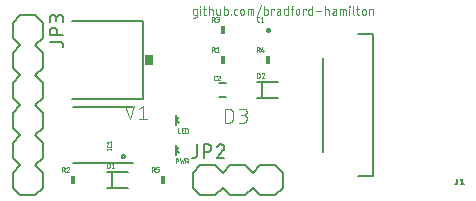
<source format=gbr>
G04 EAGLE Gerber RS-274X export*
G75*
%MOMM*%
%FSLAX34Y34*%
%LPD*%
%INSilkscreen Top*%
%IPPOS*%
%AMOC8*
5,1,8,0,0,1.08239X$1,22.5*%
G01*
%ADD10C,0.050800*%
%ADD11C,0.406400*%
%ADD12C,0.025400*%
%ADD13C,0.152400*%
%ADD14C,0.203200*%
%ADD15C,0.101600*%
%ADD16C,0.127000*%
%ADD17R,0.406400X0.711200*%
%ADD18R,0.762000X0.863600*%


D10*
X232015Y381254D02*
X230039Y381254D01*
X229973Y381256D01*
X229906Y381261D01*
X229841Y381271D01*
X229775Y381284D01*
X229711Y381300D01*
X229648Y381320D01*
X229586Y381344D01*
X229525Y381371D01*
X229466Y381402D01*
X229409Y381436D01*
X229353Y381473D01*
X229300Y381513D01*
X229249Y381555D01*
X229201Y381601D01*
X229155Y381649D01*
X229113Y381700D01*
X229073Y381753D01*
X229036Y381809D01*
X229002Y381866D01*
X228971Y381925D01*
X228944Y381986D01*
X228920Y382048D01*
X228900Y382111D01*
X228884Y382175D01*
X228871Y382241D01*
X228861Y382306D01*
X228856Y382373D01*
X228854Y382439D01*
X228854Y384810D01*
X228856Y384876D01*
X228861Y384943D01*
X228871Y385008D01*
X228884Y385074D01*
X228900Y385138D01*
X228920Y385201D01*
X228944Y385263D01*
X228971Y385324D01*
X229002Y385383D01*
X229036Y385440D01*
X229073Y385496D01*
X229113Y385549D01*
X229155Y385600D01*
X229201Y385648D01*
X229249Y385694D01*
X229300Y385736D01*
X229353Y385776D01*
X229409Y385813D01*
X229466Y385847D01*
X229525Y385878D01*
X229586Y385905D01*
X229648Y385929D01*
X229711Y385949D01*
X229775Y385965D01*
X229841Y385978D01*
X229906Y385988D01*
X229973Y385993D01*
X230039Y385995D01*
X232015Y385995D01*
X232015Y380069D01*
X232013Y380003D01*
X232008Y379936D01*
X231998Y379871D01*
X231985Y379805D01*
X231969Y379741D01*
X231949Y379678D01*
X231925Y379616D01*
X231898Y379555D01*
X231867Y379496D01*
X231833Y379439D01*
X231796Y379383D01*
X231756Y379330D01*
X231714Y379279D01*
X231668Y379231D01*
X231620Y379185D01*
X231569Y379143D01*
X231516Y379103D01*
X231460Y379066D01*
X231403Y379032D01*
X231344Y379001D01*
X231284Y378974D01*
X231221Y378951D01*
X231158Y378930D01*
X231094Y378914D01*
X231029Y378901D01*
X230963Y378891D01*
X230896Y378886D01*
X230830Y378884D01*
X230830Y378883D02*
X229249Y378883D01*
X235039Y381254D02*
X235039Y385995D01*
X234841Y387971D02*
X234841Y388366D01*
X235236Y388366D01*
X235236Y387971D01*
X234841Y387971D01*
X237232Y385995D02*
X239602Y385995D01*
X238022Y388366D02*
X238022Y382439D01*
X238024Y382373D01*
X238029Y382306D01*
X238039Y382241D01*
X238052Y382175D01*
X238068Y382111D01*
X238088Y382048D01*
X238112Y381986D01*
X238139Y381925D01*
X238170Y381866D01*
X238204Y381809D01*
X238241Y381753D01*
X238281Y381700D01*
X238323Y381649D01*
X238369Y381601D01*
X238417Y381555D01*
X238468Y381513D01*
X238521Y381473D01*
X238577Y381436D01*
X238634Y381402D01*
X238693Y381371D01*
X238754Y381344D01*
X238816Y381320D01*
X238879Y381300D01*
X238943Y381284D01*
X239009Y381271D01*
X239074Y381261D01*
X239141Y381256D01*
X239207Y381254D01*
X239602Y381254D01*
X242374Y381254D02*
X242374Y388366D01*
X242374Y385995D02*
X244349Y385995D01*
X244415Y385993D01*
X244482Y385988D01*
X244547Y385978D01*
X244613Y385965D01*
X244677Y385949D01*
X244740Y385929D01*
X244802Y385905D01*
X244863Y385878D01*
X244922Y385847D01*
X244979Y385813D01*
X245035Y385776D01*
X245088Y385736D01*
X245139Y385694D01*
X245187Y385648D01*
X245233Y385600D01*
X245275Y385549D01*
X245315Y385496D01*
X245352Y385440D01*
X245386Y385383D01*
X245417Y385324D01*
X245444Y385264D01*
X245467Y385201D01*
X245488Y385138D01*
X245504Y385074D01*
X245517Y385009D01*
X245527Y384943D01*
X245532Y384876D01*
X245534Y384810D01*
X245535Y384810D02*
X245535Y381254D01*
X248774Y382439D02*
X248774Y385995D01*
X248775Y382439D02*
X248777Y382373D01*
X248782Y382306D01*
X248792Y382241D01*
X248805Y382175D01*
X248821Y382111D01*
X248841Y382048D01*
X248865Y381986D01*
X248892Y381925D01*
X248923Y381866D01*
X248957Y381809D01*
X248994Y381753D01*
X249034Y381700D01*
X249076Y381649D01*
X249122Y381601D01*
X249170Y381555D01*
X249221Y381513D01*
X249274Y381473D01*
X249330Y381436D01*
X249387Y381402D01*
X249446Y381371D01*
X249507Y381344D01*
X249569Y381320D01*
X249632Y381300D01*
X249696Y381284D01*
X249762Y381271D01*
X249827Y381261D01*
X249894Y381256D01*
X249960Y381254D01*
X251935Y381254D01*
X251935Y385995D01*
X255208Y388366D02*
X255208Y381254D01*
X257183Y381254D01*
X257249Y381256D01*
X257316Y381261D01*
X257381Y381271D01*
X257447Y381284D01*
X257511Y381300D01*
X257574Y381320D01*
X257636Y381344D01*
X257697Y381371D01*
X257756Y381402D01*
X257813Y381436D01*
X257869Y381473D01*
X257922Y381513D01*
X257973Y381555D01*
X258021Y381601D01*
X258067Y381649D01*
X258109Y381700D01*
X258149Y381753D01*
X258186Y381809D01*
X258220Y381866D01*
X258251Y381925D01*
X258278Y381985D01*
X258301Y382048D01*
X258322Y382111D01*
X258338Y382175D01*
X258351Y382240D01*
X258361Y382306D01*
X258366Y382373D01*
X258368Y382439D01*
X258368Y384810D01*
X258366Y384876D01*
X258361Y384943D01*
X258351Y385008D01*
X258338Y385074D01*
X258322Y385138D01*
X258302Y385201D01*
X258278Y385263D01*
X258251Y385324D01*
X258220Y385383D01*
X258186Y385440D01*
X258149Y385496D01*
X258109Y385549D01*
X258067Y385600D01*
X258021Y385648D01*
X257973Y385694D01*
X257922Y385736D01*
X257869Y385776D01*
X257813Y385813D01*
X257756Y385847D01*
X257697Y385878D01*
X257636Y385905D01*
X257574Y385929D01*
X257511Y385949D01*
X257447Y385965D01*
X257381Y385978D01*
X257316Y385988D01*
X257249Y385993D01*
X257183Y385995D01*
X255208Y385995D01*
X260901Y381649D02*
X260901Y381254D01*
X260901Y381649D02*
X261297Y381649D01*
X261297Y381254D01*
X260901Y381254D01*
X265055Y381254D02*
X266635Y381254D01*
X265055Y381254D02*
X264989Y381256D01*
X264922Y381261D01*
X264857Y381271D01*
X264791Y381284D01*
X264727Y381300D01*
X264664Y381320D01*
X264602Y381344D01*
X264541Y381371D01*
X264482Y381402D01*
X264425Y381436D01*
X264369Y381473D01*
X264316Y381513D01*
X264265Y381555D01*
X264217Y381601D01*
X264171Y381649D01*
X264129Y381700D01*
X264089Y381753D01*
X264052Y381809D01*
X264018Y381866D01*
X263987Y381925D01*
X263960Y381986D01*
X263936Y382048D01*
X263916Y382111D01*
X263900Y382175D01*
X263887Y382241D01*
X263877Y382306D01*
X263872Y382373D01*
X263870Y382439D01*
X263869Y382439D02*
X263869Y384810D01*
X263870Y384810D02*
X263872Y384876D01*
X263877Y384943D01*
X263887Y385008D01*
X263900Y385074D01*
X263916Y385138D01*
X263936Y385201D01*
X263960Y385263D01*
X263987Y385324D01*
X264018Y385383D01*
X264052Y385440D01*
X264089Y385496D01*
X264129Y385549D01*
X264171Y385600D01*
X264217Y385648D01*
X264265Y385694D01*
X264316Y385736D01*
X264369Y385776D01*
X264425Y385813D01*
X264482Y385847D01*
X264541Y385878D01*
X264602Y385905D01*
X264664Y385929D01*
X264727Y385949D01*
X264791Y385965D01*
X264857Y385978D01*
X264922Y385988D01*
X264989Y385993D01*
X265055Y385995D01*
X266635Y385995D01*
X269120Y384415D02*
X269120Y382834D01*
X269120Y384415D02*
X269122Y384494D01*
X269128Y384572D01*
X269138Y384650D01*
X269151Y384728D01*
X269169Y384805D01*
X269190Y384881D01*
X269215Y384955D01*
X269244Y385029D01*
X269276Y385101D01*
X269312Y385171D01*
X269352Y385239D01*
X269395Y385305D01*
X269441Y385369D01*
X269490Y385431D01*
X269542Y385490D01*
X269597Y385546D01*
X269655Y385600D01*
X269715Y385650D01*
X269778Y385698D01*
X269843Y385742D01*
X269910Y385783D01*
X269979Y385821D01*
X270050Y385855D01*
X270123Y385886D01*
X270197Y385913D01*
X270272Y385936D01*
X270348Y385955D01*
X270426Y385971D01*
X270504Y385983D01*
X270582Y385991D01*
X270661Y385995D01*
X270739Y385995D01*
X270818Y385991D01*
X270896Y385983D01*
X270974Y385971D01*
X271052Y385955D01*
X271128Y385936D01*
X271203Y385913D01*
X271277Y385886D01*
X271350Y385855D01*
X271421Y385821D01*
X271490Y385783D01*
X271557Y385742D01*
X271622Y385698D01*
X271685Y385650D01*
X271745Y385600D01*
X271803Y385546D01*
X271858Y385490D01*
X271910Y385431D01*
X271959Y385369D01*
X272005Y385305D01*
X272048Y385239D01*
X272088Y385171D01*
X272124Y385101D01*
X272156Y385029D01*
X272185Y384955D01*
X272210Y384881D01*
X272231Y384805D01*
X272249Y384728D01*
X272262Y384650D01*
X272272Y384572D01*
X272278Y384494D01*
X272280Y384415D01*
X272281Y384415D02*
X272281Y382834D01*
X272280Y382834D02*
X272278Y382755D01*
X272272Y382677D01*
X272262Y382599D01*
X272249Y382521D01*
X272231Y382444D01*
X272210Y382368D01*
X272185Y382294D01*
X272156Y382220D01*
X272124Y382148D01*
X272088Y382078D01*
X272048Y382010D01*
X272005Y381944D01*
X271959Y381880D01*
X271910Y381818D01*
X271858Y381759D01*
X271803Y381703D01*
X271745Y381649D01*
X271685Y381599D01*
X271622Y381551D01*
X271557Y381507D01*
X271490Y381466D01*
X271421Y381428D01*
X271350Y381394D01*
X271277Y381363D01*
X271203Y381336D01*
X271128Y381313D01*
X271052Y381294D01*
X270974Y381278D01*
X270896Y381266D01*
X270818Y381258D01*
X270739Y381254D01*
X270661Y381254D01*
X270582Y381258D01*
X270504Y381266D01*
X270426Y381278D01*
X270348Y381294D01*
X270272Y381313D01*
X270197Y381336D01*
X270123Y381363D01*
X270050Y381394D01*
X269979Y381428D01*
X269910Y381466D01*
X269843Y381507D01*
X269778Y381551D01*
X269715Y381599D01*
X269655Y381649D01*
X269597Y381703D01*
X269542Y381759D01*
X269490Y381818D01*
X269441Y381880D01*
X269395Y381944D01*
X269352Y382010D01*
X269312Y382078D01*
X269276Y382148D01*
X269244Y382220D01*
X269215Y382294D01*
X269190Y382368D01*
X269169Y382444D01*
X269151Y382521D01*
X269138Y382599D01*
X269128Y382677D01*
X269122Y382755D01*
X269120Y382834D01*
X275416Y381254D02*
X275416Y385995D01*
X278972Y385995D01*
X279038Y385993D01*
X279105Y385988D01*
X279170Y385978D01*
X279236Y385965D01*
X279300Y385949D01*
X279363Y385929D01*
X279425Y385905D01*
X279486Y385878D01*
X279545Y385847D01*
X279602Y385813D01*
X279658Y385776D01*
X279711Y385736D01*
X279762Y385694D01*
X279810Y385648D01*
X279856Y385600D01*
X279898Y385549D01*
X279938Y385496D01*
X279975Y385440D01*
X280009Y385383D01*
X280040Y385324D01*
X280067Y385263D01*
X280091Y385201D01*
X280111Y385138D01*
X280127Y385074D01*
X280140Y385008D01*
X280150Y384943D01*
X280155Y384876D01*
X280157Y384810D01*
X280157Y381254D01*
X277787Y381254D02*
X277787Y385995D01*
X283064Y380464D02*
X286225Y389156D01*
X289040Y388366D02*
X289040Y381254D01*
X291016Y381254D01*
X291082Y381256D01*
X291149Y381261D01*
X291214Y381271D01*
X291280Y381284D01*
X291344Y381300D01*
X291407Y381320D01*
X291469Y381344D01*
X291530Y381371D01*
X291589Y381402D01*
X291646Y381436D01*
X291702Y381473D01*
X291755Y381513D01*
X291806Y381555D01*
X291854Y381601D01*
X291900Y381649D01*
X291942Y381700D01*
X291982Y381753D01*
X292019Y381809D01*
X292053Y381866D01*
X292084Y381925D01*
X292111Y381985D01*
X292134Y382048D01*
X292155Y382111D01*
X292171Y382175D01*
X292184Y382240D01*
X292194Y382306D01*
X292199Y382373D01*
X292201Y382439D01*
X292201Y384810D01*
X292199Y384876D01*
X292194Y384943D01*
X292184Y385008D01*
X292171Y385074D01*
X292155Y385138D01*
X292135Y385201D01*
X292111Y385263D01*
X292084Y385324D01*
X292053Y385383D01*
X292019Y385440D01*
X291982Y385496D01*
X291942Y385549D01*
X291900Y385600D01*
X291854Y385648D01*
X291806Y385694D01*
X291755Y385736D01*
X291702Y385776D01*
X291646Y385813D01*
X291589Y385847D01*
X291530Y385878D01*
X291469Y385905D01*
X291407Y385929D01*
X291344Y385949D01*
X291280Y385965D01*
X291214Y385978D01*
X291149Y385988D01*
X291082Y385993D01*
X291016Y385995D01*
X289040Y385995D01*
X295216Y385995D02*
X295216Y381254D01*
X295216Y385995D02*
X297587Y385995D01*
X297587Y385205D01*
X301102Y384020D02*
X302880Y384020D01*
X301102Y384020D02*
X301028Y384018D01*
X300955Y384012D01*
X300882Y384002D01*
X300810Y383989D01*
X300738Y383971D01*
X300668Y383950D01*
X300598Y383925D01*
X300531Y383896D01*
X300464Y383864D01*
X300400Y383829D01*
X300337Y383789D01*
X300277Y383747D01*
X300219Y383702D01*
X300164Y383653D01*
X300111Y383602D01*
X300061Y383548D01*
X300014Y383491D01*
X299970Y383432D01*
X299930Y383371D01*
X299892Y383307D01*
X299858Y383242D01*
X299828Y383175D01*
X299801Y383106D01*
X299778Y383036D01*
X299759Y382965D01*
X299743Y382893D01*
X299731Y382821D01*
X299723Y382747D01*
X299719Y382674D01*
X299719Y382600D01*
X299723Y382527D01*
X299731Y382453D01*
X299743Y382381D01*
X299759Y382309D01*
X299778Y382238D01*
X299801Y382168D01*
X299828Y382099D01*
X299858Y382032D01*
X299892Y381967D01*
X299930Y381903D01*
X299970Y381842D01*
X300014Y381783D01*
X300061Y381726D01*
X300111Y381672D01*
X300164Y381621D01*
X300219Y381572D01*
X300277Y381527D01*
X300337Y381485D01*
X300400Y381445D01*
X300464Y381410D01*
X300531Y381378D01*
X300598Y381349D01*
X300668Y381324D01*
X300738Y381303D01*
X300810Y381285D01*
X300882Y381272D01*
X300955Y381262D01*
X301028Y381256D01*
X301102Y381254D01*
X302880Y381254D01*
X302880Y384810D01*
X302878Y384876D01*
X302873Y384943D01*
X302863Y385008D01*
X302850Y385074D01*
X302834Y385138D01*
X302814Y385201D01*
X302790Y385263D01*
X302763Y385324D01*
X302732Y385383D01*
X302698Y385440D01*
X302661Y385496D01*
X302621Y385549D01*
X302579Y385600D01*
X302533Y385648D01*
X302485Y385694D01*
X302434Y385736D01*
X302381Y385776D01*
X302325Y385813D01*
X302268Y385847D01*
X302209Y385878D01*
X302148Y385905D01*
X302086Y385929D01*
X302023Y385949D01*
X301959Y385965D01*
X301893Y385978D01*
X301828Y385988D01*
X301761Y385993D01*
X301695Y385995D01*
X300115Y385995D01*
X309052Y388366D02*
X309052Y381254D01*
X307077Y381254D01*
X307011Y381256D01*
X306944Y381261D01*
X306879Y381271D01*
X306813Y381284D01*
X306749Y381300D01*
X306686Y381320D01*
X306624Y381344D01*
X306563Y381371D01*
X306504Y381402D01*
X306447Y381436D01*
X306391Y381473D01*
X306338Y381513D01*
X306287Y381555D01*
X306239Y381601D01*
X306193Y381649D01*
X306151Y381700D01*
X306111Y381753D01*
X306074Y381809D01*
X306040Y381866D01*
X306009Y381925D01*
X305982Y381986D01*
X305958Y382048D01*
X305938Y382111D01*
X305922Y382175D01*
X305909Y382241D01*
X305899Y382306D01*
X305894Y382373D01*
X305892Y382439D01*
X305892Y384810D01*
X305894Y384876D01*
X305899Y384943D01*
X305909Y385008D01*
X305922Y385074D01*
X305938Y385138D01*
X305958Y385201D01*
X305982Y385263D01*
X306009Y385324D01*
X306040Y385383D01*
X306074Y385440D01*
X306111Y385496D01*
X306151Y385549D01*
X306193Y385600D01*
X306239Y385648D01*
X306287Y385694D01*
X306338Y385736D01*
X306391Y385776D01*
X306447Y385813D01*
X306504Y385847D01*
X306563Y385878D01*
X306624Y385905D01*
X306686Y385929D01*
X306749Y385949D01*
X306813Y385965D01*
X306879Y385978D01*
X306944Y385988D01*
X307011Y385993D01*
X307077Y385995D01*
X309052Y385995D01*
X312479Y387181D02*
X312479Y381254D01*
X312479Y387181D02*
X312481Y387247D01*
X312486Y387314D01*
X312496Y387379D01*
X312509Y387445D01*
X312525Y387509D01*
X312545Y387572D01*
X312569Y387634D01*
X312596Y387695D01*
X312627Y387754D01*
X312661Y387811D01*
X312698Y387867D01*
X312738Y387920D01*
X312780Y387971D01*
X312826Y388019D01*
X312874Y388065D01*
X312925Y388107D01*
X312978Y388147D01*
X313034Y388184D01*
X313091Y388218D01*
X313150Y388249D01*
X313210Y388276D01*
X313273Y388299D01*
X313336Y388320D01*
X313400Y388336D01*
X313465Y388349D01*
X313531Y388359D01*
X313598Y388364D01*
X313664Y388366D01*
X314059Y388366D01*
X314059Y385995D02*
X311689Y385995D01*
X315982Y384415D02*
X315982Y382834D01*
X315983Y384415D02*
X315985Y384494D01*
X315991Y384572D01*
X316001Y384650D01*
X316014Y384728D01*
X316032Y384805D01*
X316053Y384881D01*
X316078Y384955D01*
X316107Y385029D01*
X316139Y385101D01*
X316175Y385171D01*
X316215Y385239D01*
X316258Y385305D01*
X316304Y385369D01*
X316353Y385431D01*
X316405Y385490D01*
X316460Y385546D01*
X316518Y385600D01*
X316578Y385650D01*
X316641Y385698D01*
X316706Y385742D01*
X316773Y385783D01*
X316842Y385821D01*
X316913Y385855D01*
X316986Y385886D01*
X317060Y385913D01*
X317135Y385936D01*
X317211Y385955D01*
X317289Y385971D01*
X317367Y385983D01*
X317445Y385991D01*
X317524Y385995D01*
X317602Y385995D01*
X317681Y385991D01*
X317759Y385983D01*
X317837Y385971D01*
X317915Y385955D01*
X317991Y385936D01*
X318066Y385913D01*
X318140Y385886D01*
X318213Y385855D01*
X318284Y385821D01*
X318353Y385783D01*
X318420Y385742D01*
X318485Y385698D01*
X318548Y385650D01*
X318608Y385600D01*
X318666Y385546D01*
X318721Y385490D01*
X318773Y385431D01*
X318822Y385369D01*
X318868Y385305D01*
X318911Y385239D01*
X318951Y385171D01*
X318987Y385101D01*
X319019Y385029D01*
X319048Y384955D01*
X319073Y384881D01*
X319094Y384805D01*
X319112Y384728D01*
X319125Y384650D01*
X319135Y384572D01*
X319141Y384494D01*
X319143Y384415D01*
X319143Y382834D01*
X319141Y382755D01*
X319135Y382677D01*
X319125Y382599D01*
X319112Y382521D01*
X319094Y382444D01*
X319073Y382368D01*
X319048Y382294D01*
X319019Y382220D01*
X318987Y382148D01*
X318951Y382078D01*
X318911Y382010D01*
X318868Y381944D01*
X318822Y381880D01*
X318773Y381818D01*
X318721Y381759D01*
X318666Y381703D01*
X318608Y381649D01*
X318548Y381599D01*
X318485Y381551D01*
X318420Y381507D01*
X318353Y381466D01*
X318284Y381428D01*
X318213Y381394D01*
X318140Y381363D01*
X318066Y381336D01*
X317991Y381313D01*
X317915Y381294D01*
X317837Y381278D01*
X317759Y381266D01*
X317681Y381258D01*
X317602Y381254D01*
X317524Y381254D01*
X317445Y381258D01*
X317367Y381266D01*
X317289Y381278D01*
X317211Y381294D01*
X317135Y381313D01*
X317060Y381336D01*
X316986Y381363D01*
X316913Y381394D01*
X316842Y381428D01*
X316773Y381466D01*
X316706Y381507D01*
X316641Y381551D01*
X316578Y381599D01*
X316518Y381649D01*
X316460Y381703D01*
X316405Y381759D01*
X316353Y381818D01*
X316304Y381880D01*
X316258Y381944D01*
X316215Y382010D01*
X316175Y382078D01*
X316139Y382148D01*
X316107Y382220D01*
X316078Y382294D01*
X316053Y382368D01*
X316032Y382444D01*
X316014Y382521D01*
X316001Y382599D01*
X315991Y382677D01*
X315985Y382755D01*
X315983Y382834D01*
X322191Y381254D02*
X322191Y385995D01*
X324562Y385995D01*
X324562Y385205D01*
X329855Y388366D02*
X329855Y381254D01*
X327879Y381254D01*
X327813Y381256D01*
X327746Y381261D01*
X327681Y381271D01*
X327615Y381284D01*
X327551Y381300D01*
X327488Y381320D01*
X327426Y381344D01*
X327365Y381371D01*
X327306Y381402D01*
X327249Y381436D01*
X327193Y381473D01*
X327140Y381513D01*
X327089Y381555D01*
X327041Y381601D01*
X326995Y381649D01*
X326953Y381700D01*
X326913Y381753D01*
X326876Y381809D01*
X326842Y381866D01*
X326811Y381925D01*
X326784Y381986D01*
X326760Y382048D01*
X326740Y382111D01*
X326724Y382175D01*
X326711Y382241D01*
X326701Y382306D01*
X326696Y382373D01*
X326694Y382439D01*
X326694Y384810D01*
X326696Y384876D01*
X326701Y384943D01*
X326711Y385008D01*
X326724Y385074D01*
X326740Y385138D01*
X326760Y385201D01*
X326784Y385263D01*
X326811Y385324D01*
X326842Y385383D01*
X326876Y385440D01*
X326913Y385496D01*
X326953Y385549D01*
X326995Y385600D01*
X327041Y385648D01*
X327089Y385694D01*
X327140Y385736D01*
X327193Y385776D01*
X327249Y385813D01*
X327306Y385847D01*
X327365Y385878D01*
X327426Y385905D01*
X327488Y385929D01*
X327551Y385949D01*
X327615Y385965D01*
X327681Y385978D01*
X327746Y385988D01*
X327813Y385993D01*
X327879Y385995D01*
X329855Y385995D01*
X333023Y384020D02*
X337764Y384020D01*
X340900Y381254D02*
X340900Y388366D01*
X340900Y385995D02*
X342875Y385995D01*
X342941Y385993D01*
X343008Y385988D01*
X343073Y385978D01*
X343139Y385965D01*
X343203Y385949D01*
X343266Y385929D01*
X343328Y385905D01*
X343389Y385878D01*
X343448Y385847D01*
X343505Y385813D01*
X343561Y385776D01*
X343614Y385736D01*
X343665Y385694D01*
X343713Y385648D01*
X343759Y385600D01*
X343801Y385549D01*
X343841Y385496D01*
X343878Y385440D01*
X343912Y385383D01*
X343943Y385324D01*
X343970Y385264D01*
X343993Y385201D01*
X344014Y385138D01*
X344030Y385074D01*
X344043Y385009D01*
X344053Y384943D01*
X344058Y384876D01*
X344060Y384810D01*
X344060Y381254D01*
X348422Y384020D02*
X350200Y384020D01*
X348422Y384020D02*
X348348Y384018D01*
X348275Y384012D01*
X348202Y384002D01*
X348130Y383989D01*
X348058Y383971D01*
X347988Y383950D01*
X347918Y383925D01*
X347851Y383896D01*
X347784Y383864D01*
X347720Y383829D01*
X347657Y383789D01*
X347597Y383747D01*
X347539Y383702D01*
X347484Y383653D01*
X347431Y383602D01*
X347381Y383548D01*
X347334Y383491D01*
X347290Y383432D01*
X347250Y383371D01*
X347212Y383307D01*
X347178Y383242D01*
X347148Y383175D01*
X347121Y383106D01*
X347098Y383036D01*
X347079Y382965D01*
X347063Y382893D01*
X347051Y382821D01*
X347043Y382747D01*
X347039Y382674D01*
X347039Y382600D01*
X347043Y382527D01*
X347051Y382453D01*
X347063Y382381D01*
X347079Y382309D01*
X347098Y382238D01*
X347121Y382168D01*
X347148Y382099D01*
X347178Y382032D01*
X347212Y381967D01*
X347250Y381903D01*
X347290Y381842D01*
X347334Y381783D01*
X347381Y381726D01*
X347431Y381672D01*
X347484Y381621D01*
X347539Y381572D01*
X347597Y381527D01*
X347657Y381485D01*
X347720Y381445D01*
X347784Y381410D01*
X347851Y381378D01*
X347918Y381349D01*
X347988Y381324D01*
X348058Y381303D01*
X348130Y381285D01*
X348202Y381272D01*
X348275Y381262D01*
X348348Y381256D01*
X348422Y381254D01*
X350200Y381254D01*
X350200Y384810D01*
X350198Y384876D01*
X350193Y384943D01*
X350183Y385008D01*
X350170Y385074D01*
X350154Y385138D01*
X350134Y385201D01*
X350110Y385263D01*
X350083Y385324D01*
X350052Y385383D01*
X350018Y385440D01*
X349981Y385496D01*
X349941Y385549D01*
X349899Y385600D01*
X349853Y385648D01*
X349805Y385694D01*
X349754Y385736D01*
X349701Y385776D01*
X349645Y385813D01*
X349588Y385847D01*
X349529Y385878D01*
X349468Y385905D01*
X349406Y385929D01*
X349343Y385949D01*
X349279Y385965D01*
X349213Y385978D01*
X349148Y385988D01*
X349081Y385993D01*
X349015Y385995D01*
X347434Y385995D01*
X353597Y385995D02*
X353597Y381254D01*
X353597Y385995D02*
X357153Y385995D01*
X357219Y385993D01*
X357286Y385988D01*
X357351Y385978D01*
X357417Y385965D01*
X357481Y385949D01*
X357544Y385929D01*
X357606Y385905D01*
X357667Y385878D01*
X357726Y385847D01*
X357783Y385813D01*
X357839Y385776D01*
X357892Y385736D01*
X357943Y385694D01*
X357991Y385648D01*
X358037Y385600D01*
X358079Y385549D01*
X358119Y385496D01*
X358156Y385440D01*
X358190Y385383D01*
X358221Y385324D01*
X358248Y385263D01*
X358272Y385201D01*
X358292Y385138D01*
X358308Y385074D01*
X358321Y385008D01*
X358331Y384943D01*
X358336Y384876D01*
X358338Y384810D01*
X358338Y381254D01*
X355967Y381254D02*
X355967Y385995D01*
X361454Y385995D02*
X361454Y381254D01*
X361256Y387971D02*
X361256Y388366D01*
X361651Y388366D01*
X361651Y387971D01*
X361256Y387971D01*
X364318Y388366D02*
X364318Y382439D01*
X364320Y382373D01*
X364325Y382306D01*
X364335Y382241D01*
X364348Y382175D01*
X364364Y382111D01*
X364384Y382048D01*
X364408Y381986D01*
X364435Y381925D01*
X364466Y381866D01*
X364500Y381809D01*
X364537Y381753D01*
X364577Y381700D01*
X364619Y381649D01*
X364665Y381601D01*
X364713Y381555D01*
X364764Y381513D01*
X364817Y381473D01*
X364873Y381436D01*
X364930Y381402D01*
X364989Y381371D01*
X365050Y381344D01*
X365112Y381320D01*
X365175Y381300D01*
X365239Y381284D01*
X365305Y381271D01*
X365370Y381261D01*
X365437Y381256D01*
X365503Y381254D01*
X367304Y385995D02*
X369675Y385995D01*
X368094Y388366D02*
X368094Y382439D01*
X368095Y382439D02*
X368097Y382373D01*
X368102Y382306D01*
X368112Y382241D01*
X368125Y382175D01*
X368141Y382111D01*
X368161Y382048D01*
X368185Y381986D01*
X368212Y381925D01*
X368243Y381866D01*
X368277Y381809D01*
X368314Y381753D01*
X368354Y381700D01*
X368396Y381649D01*
X368442Y381601D01*
X368490Y381555D01*
X368541Y381513D01*
X368594Y381473D01*
X368650Y381436D01*
X368707Y381402D01*
X368766Y381371D01*
X368827Y381344D01*
X368889Y381320D01*
X368952Y381300D01*
X369016Y381284D01*
X369082Y381271D01*
X369147Y381261D01*
X369214Y381256D01*
X369280Y381254D01*
X369675Y381254D01*
X372218Y382834D02*
X372218Y384415D01*
X372220Y384494D01*
X372226Y384572D01*
X372236Y384650D01*
X372249Y384728D01*
X372267Y384805D01*
X372288Y384881D01*
X372313Y384955D01*
X372342Y385029D01*
X372374Y385101D01*
X372410Y385171D01*
X372450Y385239D01*
X372493Y385305D01*
X372539Y385369D01*
X372588Y385431D01*
X372640Y385490D01*
X372695Y385546D01*
X372753Y385600D01*
X372813Y385650D01*
X372876Y385698D01*
X372941Y385742D01*
X373008Y385783D01*
X373077Y385821D01*
X373148Y385855D01*
X373221Y385886D01*
X373295Y385913D01*
X373370Y385936D01*
X373446Y385955D01*
X373524Y385971D01*
X373602Y385983D01*
X373680Y385991D01*
X373759Y385995D01*
X373837Y385995D01*
X373916Y385991D01*
X373994Y385983D01*
X374072Y385971D01*
X374150Y385955D01*
X374226Y385936D01*
X374301Y385913D01*
X374375Y385886D01*
X374448Y385855D01*
X374519Y385821D01*
X374588Y385783D01*
X374655Y385742D01*
X374720Y385698D01*
X374783Y385650D01*
X374843Y385600D01*
X374901Y385546D01*
X374956Y385490D01*
X375008Y385431D01*
X375057Y385369D01*
X375103Y385305D01*
X375146Y385239D01*
X375186Y385171D01*
X375222Y385101D01*
X375254Y385029D01*
X375283Y384955D01*
X375308Y384881D01*
X375329Y384805D01*
X375347Y384728D01*
X375360Y384650D01*
X375370Y384572D01*
X375376Y384494D01*
X375378Y384415D01*
X375378Y382834D01*
X375376Y382755D01*
X375370Y382677D01*
X375360Y382599D01*
X375347Y382521D01*
X375329Y382444D01*
X375308Y382368D01*
X375283Y382294D01*
X375254Y382220D01*
X375222Y382148D01*
X375186Y382078D01*
X375146Y382010D01*
X375103Y381944D01*
X375057Y381880D01*
X375008Y381818D01*
X374956Y381759D01*
X374901Y381703D01*
X374843Y381649D01*
X374783Y381599D01*
X374720Y381551D01*
X374655Y381507D01*
X374588Y381466D01*
X374519Y381428D01*
X374448Y381394D01*
X374375Y381363D01*
X374301Y381336D01*
X374226Y381313D01*
X374150Y381294D01*
X374072Y381278D01*
X373994Y381266D01*
X373916Y381258D01*
X373837Y381254D01*
X373759Y381254D01*
X373680Y381258D01*
X373602Y381266D01*
X373524Y381278D01*
X373446Y381294D01*
X373370Y381313D01*
X373295Y381336D01*
X373221Y381363D01*
X373148Y381394D01*
X373077Y381428D01*
X373008Y381466D01*
X372941Y381507D01*
X372876Y381551D01*
X372813Y381599D01*
X372753Y381649D01*
X372695Y381703D01*
X372640Y381759D01*
X372588Y381818D01*
X372539Y381880D01*
X372493Y381944D01*
X372450Y382010D01*
X372410Y382078D01*
X372374Y382148D01*
X372342Y382220D01*
X372313Y382294D01*
X372288Y382368D01*
X372267Y382444D01*
X372249Y382521D01*
X372236Y382599D01*
X372226Y382677D01*
X372220Y382755D01*
X372218Y382834D01*
X378390Y381254D02*
X378390Y385995D01*
X380365Y385995D01*
X380431Y385993D01*
X380498Y385988D01*
X380563Y385978D01*
X380629Y385965D01*
X380693Y385949D01*
X380756Y385929D01*
X380818Y385905D01*
X380879Y385878D01*
X380938Y385847D01*
X380995Y385813D01*
X381051Y385776D01*
X381104Y385736D01*
X381155Y385694D01*
X381203Y385648D01*
X381249Y385600D01*
X381291Y385549D01*
X381331Y385496D01*
X381368Y385440D01*
X381402Y385383D01*
X381433Y385324D01*
X381460Y385264D01*
X381483Y385201D01*
X381504Y385138D01*
X381520Y385074D01*
X381533Y385009D01*
X381543Y384943D01*
X381548Y384876D01*
X381550Y384810D01*
X381551Y384810D02*
X381551Y381254D01*
D11*
X292100Y368605D02*
X292100Y367995D01*
D12*
X285030Y375412D02*
X284184Y375412D01*
X284129Y375414D01*
X284073Y375419D01*
X284019Y375428D01*
X283965Y375441D01*
X283912Y375457D01*
X283860Y375476D01*
X283809Y375499D01*
X283761Y375525D01*
X283713Y375555D01*
X283668Y375587D01*
X283626Y375622D01*
X283585Y375660D01*
X283547Y375701D01*
X283512Y375743D01*
X283480Y375788D01*
X283450Y375836D01*
X283424Y375884D01*
X283401Y375935D01*
X283382Y375987D01*
X283366Y376040D01*
X283353Y376094D01*
X283344Y376148D01*
X283339Y376204D01*
X283337Y376259D01*
X283337Y378375D01*
X283339Y378433D01*
X283345Y378490D01*
X283355Y378547D01*
X283368Y378604D01*
X283386Y378659D01*
X283407Y378712D01*
X283432Y378765D01*
X283460Y378815D01*
X283492Y378863D01*
X283527Y378910D01*
X283565Y378953D01*
X283606Y378994D01*
X283649Y379032D01*
X283696Y379067D01*
X283744Y379099D01*
X283794Y379127D01*
X283847Y379152D01*
X283900Y379173D01*
X283955Y379191D01*
X284012Y379204D01*
X284069Y379214D01*
X284126Y379220D01*
X284184Y379222D01*
X285030Y379222D01*
X286394Y378375D02*
X287453Y379222D01*
X287453Y375412D01*
X288511Y375412D02*
X286394Y375412D01*
D13*
X257000Y323500D02*
X251000Y323500D01*
X251000Y311500D02*
X257000Y311500D01*
D12*
X248200Y325882D02*
X247354Y325882D01*
X247299Y325884D01*
X247243Y325889D01*
X247189Y325898D01*
X247135Y325911D01*
X247082Y325927D01*
X247030Y325946D01*
X246979Y325969D01*
X246931Y325995D01*
X246883Y326025D01*
X246838Y326057D01*
X246796Y326092D01*
X246755Y326130D01*
X246717Y326171D01*
X246682Y326213D01*
X246650Y326258D01*
X246620Y326306D01*
X246594Y326354D01*
X246571Y326405D01*
X246552Y326457D01*
X246536Y326510D01*
X246523Y326564D01*
X246514Y326618D01*
X246509Y326674D01*
X246507Y326729D01*
X246507Y328845D01*
X246509Y328903D01*
X246515Y328960D01*
X246525Y329017D01*
X246538Y329074D01*
X246556Y329129D01*
X246577Y329182D01*
X246602Y329235D01*
X246630Y329285D01*
X246662Y329333D01*
X246697Y329380D01*
X246735Y329423D01*
X246776Y329464D01*
X246819Y329502D01*
X246866Y329537D01*
X246914Y329569D01*
X246964Y329597D01*
X247017Y329622D01*
X247070Y329643D01*
X247125Y329661D01*
X247182Y329674D01*
X247239Y329684D01*
X247296Y329690D01*
X247354Y329692D01*
X248200Y329692D01*
X250729Y329693D02*
X250789Y329691D01*
X250848Y329685D01*
X250908Y329676D01*
X250966Y329663D01*
X251023Y329646D01*
X251080Y329626D01*
X251135Y329602D01*
X251188Y329575D01*
X251240Y329545D01*
X251289Y329511D01*
X251336Y329474D01*
X251381Y329435D01*
X251424Y329392D01*
X251463Y329347D01*
X251500Y329300D01*
X251534Y329251D01*
X251564Y329199D01*
X251591Y329146D01*
X251615Y329091D01*
X251635Y329034D01*
X251652Y328977D01*
X251665Y328919D01*
X251674Y328859D01*
X251680Y328800D01*
X251682Y328740D01*
X250729Y329692D02*
X250662Y329690D01*
X250595Y329685D01*
X250529Y329676D01*
X250463Y329663D01*
X250399Y329647D01*
X250335Y329627D01*
X250272Y329603D01*
X250210Y329577D01*
X250151Y329547D01*
X250093Y329514D01*
X250036Y329477D01*
X249982Y329438D01*
X249930Y329396D01*
X249881Y329351D01*
X249834Y329303D01*
X249790Y329253D01*
X249748Y329200D01*
X249710Y329145D01*
X249674Y329089D01*
X249642Y329030D01*
X249613Y328970D01*
X249587Y328908D01*
X249565Y328845D01*
X251364Y327999D02*
X251405Y328041D01*
X251444Y328086D01*
X251481Y328132D01*
X251515Y328181D01*
X251546Y328231D01*
X251573Y328283D01*
X251598Y328337D01*
X251620Y328392D01*
X251639Y328448D01*
X251654Y328505D01*
X251666Y328563D01*
X251674Y328622D01*
X251679Y328681D01*
X251681Y328740D01*
X251364Y327999D02*
X249564Y325882D01*
X251681Y325882D01*
D14*
X160100Y247800D02*
X156100Y247800D01*
X160100Y247800D02*
X174100Y247800D01*
X160100Y234800D02*
X156100Y234800D01*
X160100Y234800D02*
X174100Y234800D01*
X160100Y234800D02*
X160100Y247800D01*
D12*
X156337Y251587D02*
X156337Y255397D01*
X157395Y255397D01*
X157459Y255395D01*
X157523Y255389D01*
X157586Y255380D01*
X157648Y255366D01*
X157710Y255349D01*
X157770Y255328D01*
X157829Y255304D01*
X157887Y255276D01*
X157942Y255244D01*
X157996Y255210D01*
X158047Y255172D01*
X158097Y255131D01*
X158143Y255087D01*
X158187Y255041D01*
X158228Y254991D01*
X158266Y254940D01*
X158300Y254886D01*
X158332Y254831D01*
X158360Y254773D01*
X158384Y254714D01*
X158405Y254654D01*
X158422Y254592D01*
X158436Y254530D01*
X158445Y254467D01*
X158451Y254403D01*
X158453Y254339D01*
X158454Y254339D02*
X158454Y252645D01*
X158453Y252645D02*
X158451Y252581D01*
X158445Y252517D01*
X158436Y252454D01*
X158422Y252392D01*
X158405Y252330D01*
X158384Y252270D01*
X158360Y252211D01*
X158332Y252153D01*
X158300Y252098D01*
X158266Y252044D01*
X158228Y251993D01*
X158187Y251943D01*
X158143Y251897D01*
X158097Y251853D01*
X158047Y251812D01*
X157996Y251774D01*
X157942Y251740D01*
X157887Y251708D01*
X157829Y251680D01*
X157770Y251656D01*
X157710Y251635D01*
X157648Y251618D01*
X157586Y251604D01*
X157523Y251595D01*
X157459Y251589D01*
X157395Y251587D01*
X156337Y251587D01*
X160117Y254550D02*
X161175Y255397D01*
X161175Y251587D01*
X160117Y251587D02*
X162233Y251587D01*
D14*
X283100Y324000D02*
X287100Y324000D01*
X301100Y324000D01*
X287100Y311000D02*
X283100Y311000D01*
X287100Y311000D02*
X301100Y311000D01*
X287100Y311000D02*
X287100Y324000D01*
D12*
X283337Y327787D02*
X283337Y331597D01*
X284395Y331597D01*
X284459Y331595D01*
X284523Y331589D01*
X284586Y331580D01*
X284648Y331566D01*
X284710Y331549D01*
X284770Y331528D01*
X284829Y331504D01*
X284887Y331476D01*
X284942Y331444D01*
X284996Y331410D01*
X285047Y331372D01*
X285097Y331331D01*
X285143Y331287D01*
X285187Y331241D01*
X285228Y331191D01*
X285266Y331140D01*
X285300Y331086D01*
X285332Y331031D01*
X285360Y330973D01*
X285384Y330914D01*
X285405Y330854D01*
X285422Y330792D01*
X285436Y330730D01*
X285445Y330667D01*
X285451Y330603D01*
X285453Y330539D01*
X285454Y330539D02*
X285454Y328845D01*
X285453Y328845D02*
X285451Y328781D01*
X285445Y328717D01*
X285436Y328654D01*
X285422Y328592D01*
X285405Y328530D01*
X285384Y328470D01*
X285360Y328411D01*
X285332Y328353D01*
X285300Y328298D01*
X285266Y328244D01*
X285228Y328193D01*
X285187Y328143D01*
X285143Y328097D01*
X285097Y328053D01*
X285047Y328012D01*
X284996Y327974D01*
X284942Y327940D01*
X284887Y327908D01*
X284829Y327880D01*
X284770Y327856D01*
X284710Y327835D01*
X284648Y327818D01*
X284586Y327804D01*
X284523Y327795D01*
X284459Y327789D01*
X284395Y327787D01*
X283337Y327787D01*
X288281Y331598D02*
X288341Y331596D01*
X288400Y331590D01*
X288460Y331581D01*
X288518Y331568D01*
X288575Y331551D01*
X288632Y331531D01*
X288687Y331507D01*
X288740Y331480D01*
X288792Y331450D01*
X288841Y331416D01*
X288888Y331379D01*
X288933Y331340D01*
X288976Y331297D01*
X289015Y331252D01*
X289052Y331205D01*
X289086Y331156D01*
X289116Y331104D01*
X289143Y331051D01*
X289167Y330996D01*
X289187Y330939D01*
X289204Y330882D01*
X289217Y330824D01*
X289226Y330764D01*
X289232Y330705D01*
X289234Y330645D01*
X288281Y331597D02*
X288214Y331595D01*
X288147Y331590D01*
X288081Y331581D01*
X288015Y331568D01*
X287951Y331552D01*
X287887Y331532D01*
X287824Y331508D01*
X287762Y331482D01*
X287703Y331452D01*
X287645Y331419D01*
X287588Y331382D01*
X287534Y331343D01*
X287482Y331301D01*
X287433Y331256D01*
X287386Y331208D01*
X287342Y331158D01*
X287300Y331105D01*
X287262Y331050D01*
X287226Y330994D01*
X287194Y330935D01*
X287165Y330875D01*
X287139Y330813D01*
X287117Y330750D01*
X288916Y329904D02*
X288957Y329946D01*
X288996Y329991D01*
X289033Y330037D01*
X289067Y330086D01*
X289098Y330136D01*
X289125Y330188D01*
X289150Y330242D01*
X289172Y330297D01*
X289191Y330353D01*
X289206Y330410D01*
X289218Y330468D01*
X289226Y330527D01*
X289231Y330586D01*
X289233Y330645D01*
X288916Y329904D02*
X287117Y327787D01*
X289233Y327787D01*
D15*
X256208Y301592D02*
X256208Y289908D01*
X256208Y301592D02*
X259454Y301592D01*
X259567Y301590D01*
X259680Y301584D01*
X259793Y301574D01*
X259906Y301560D01*
X260018Y301543D01*
X260129Y301521D01*
X260239Y301496D01*
X260349Y301466D01*
X260457Y301433D01*
X260564Y301396D01*
X260670Y301356D01*
X260774Y301311D01*
X260877Y301263D01*
X260978Y301212D01*
X261077Y301157D01*
X261174Y301099D01*
X261269Y301037D01*
X261362Y300972D01*
X261452Y300904D01*
X261540Y300833D01*
X261626Y300758D01*
X261709Y300681D01*
X261789Y300601D01*
X261866Y300518D01*
X261941Y300432D01*
X262012Y300344D01*
X262080Y300254D01*
X262145Y300161D01*
X262207Y300066D01*
X262265Y299969D01*
X262320Y299870D01*
X262371Y299769D01*
X262419Y299666D01*
X262464Y299562D01*
X262504Y299456D01*
X262541Y299349D01*
X262574Y299241D01*
X262604Y299131D01*
X262629Y299021D01*
X262651Y298910D01*
X262668Y298798D01*
X262682Y298685D01*
X262692Y298572D01*
X262698Y298459D01*
X262700Y298346D01*
X262699Y298346D02*
X262699Y293154D01*
X262700Y293154D02*
X262698Y293041D01*
X262692Y292928D01*
X262682Y292815D01*
X262668Y292702D01*
X262651Y292590D01*
X262629Y292479D01*
X262604Y292369D01*
X262574Y292259D01*
X262541Y292151D01*
X262504Y292044D01*
X262464Y291938D01*
X262419Y291834D01*
X262371Y291731D01*
X262320Y291630D01*
X262265Y291531D01*
X262207Y291434D01*
X262145Y291339D01*
X262080Y291246D01*
X262012Y291156D01*
X261941Y291068D01*
X261866Y290982D01*
X261789Y290899D01*
X261709Y290819D01*
X261626Y290742D01*
X261540Y290667D01*
X261452Y290596D01*
X261362Y290528D01*
X261269Y290463D01*
X261174Y290401D01*
X261077Y290343D01*
X260978Y290288D01*
X260877Y290237D01*
X260774Y290189D01*
X260670Y290144D01*
X260564Y290104D01*
X260457Y290067D01*
X260349Y290034D01*
X260239Y290004D01*
X260129Y289979D01*
X260018Y289957D01*
X259906Y289940D01*
X259793Y289926D01*
X259680Y289916D01*
X259567Y289910D01*
X259454Y289908D01*
X256208Y289908D01*
X268019Y289908D02*
X271265Y289908D01*
X271378Y289910D01*
X271491Y289916D01*
X271604Y289926D01*
X271717Y289940D01*
X271829Y289957D01*
X271940Y289979D01*
X272050Y290004D01*
X272160Y290034D01*
X272268Y290067D01*
X272375Y290104D01*
X272481Y290144D01*
X272585Y290189D01*
X272688Y290237D01*
X272789Y290288D01*
X272888Y290343D01*
X272985Y290401D01*
X273080Y290463D01*
X273173Y290528D01*
X273263Y290596D01*
X273351Y290667D01*
X273437Y290742D01*
X273520Y290819D01*
X273600Y290899D01*
X273677Y290982D01*
X273752Y291068D01*
X273823Y291156D01*
X273891Y291246D01*
X273956Y291339D01*
X274018Y291434D01*
X274076Y291531D01*
X274131Y291630D01*
X274182Y291731D01*
X274230Y291834D01*
X274275Y291938D01*
X274315Y292044D01*
X274352Y292151D01*
X274385Y292259D01*
X274415Y292369D01*
X274440Y292479D01*
X274462Y292590D01*
X274479Y292702D01*
X274493Y292815D01*
X274503Y292928D01*
X274509Y293041D01*
X274511Y293154D01*
X274509Y293267D01*
X274503Y293380D01*
X274493Y293493D01*
X274479Y293606D01*
X274462Y293718D01*
X274440Y293829D01*
X274415Y293939D01*
X274385Y294049D01*
X274352Y294157D01*
X274315Y294264D01*
X274275Y294370D01*
X274230Y294474D01*
X274182Y294577D01*
X274131Y294678D01*
X274076Y294777D01*
X274018Y294874D01*
X273956Y294969D01*
X273891Y295062D01*
X273823Y295152D01*
X273752Y295240D01*
X273677Y295326D01*
X273600Y295409D01*
X273520Y295489D01*
X273437Y295566D01*
X273351Y295641D01*
X273263Y295712D01*
X273173Y295780D01*
X273080Y295845D01*
X272985Y295907D01*
X272888Y295965D01*
X272789Y296020D01*
X272688Y296071D01*
X272585Y296119D01*
X272481Y296164D01*
X272375Y296204D01*
X272268Y296241D01*
X272160Y296274D01*
X272050Y296304D01*
X271940Y296329D01*
X271829Y296351D01*
X271717Y296368D01*
X271604Y296382D01*
X271491Y296392D01*
X271378Y296398D01*
X271265Y296400D01*
X271914Y301592D02*
X268019Y301592D01*
X271914Y301592D02*
X272015Y301590D01*
X272115Y301584D01*
X272215Y301574D01*
X272315Y301561D01*
X272414Y301543D01*
X272513Y301522D01*
X272610Y301497D01*
X272707Y301468D01*
X272802Y301435D01*
X272896Y301399D01*
X272988Y301359D01*
X273079Y301316D01*
X273168Y301269D01*
X273255Y301219D01*
X273341Y301165D01*
X273424Y301108D01*
X273504Y301048D01*
X273583Y300985D01*
X273659Y300918D01*
X273732Y300849D01*
X273802Y300777D01*
X273870Y300703D01*
X273935Y300626D01*
X273996Y300546D01*
X274055Y300464D01*
X274110Y300380D01*
X274162Y300294D01*
X274211Y300206D01*
X274256Y300116D01*
X274298Y300024D01*
X274336Y299931D01*
X274370Y299836D01*
X274401Y299741D01*
X274428Y299644D01*
X274451Y299546D01*
X274471Y299447D01*
X274486Y299347D01*
X274498Y299247D01*
X274506Y299147D01*
X274510Y299046D01*
X274510Y298946D01*
X274506Y298845D01*
X274498Y298745D01*
X274486Y298645D01*
X274471Y298545D01*
X274451Y298446D01*
X274428Y298348D01*
X274401Y298251D01*
X274370Y298156D01*
X274336Y298061D01*
X274298Y297968D01*
X274256Y297876D01*
X274211Y297786D01*
X274162Y297698D01*
X274110Y297612D01*
X274055Y297528D01*
X273996Y297446D01*
X273935Y297366D01*
X273870Y297289D01*
X273802Y297215D01*
X273732Y297143D01*
X273659Y297074D01*
X273583Y297007D01*
X273504Y296944D01*
X273424Y296884D01*
X273341Y296827D01*
X273255Y296773D01*
X273168Y296723D01*
X273079Y296676D01*
X272988Y296633D01*
X272896Y296593D01*
X272802Y296557D01*
X272707Y296524D01*
X272610Y296495D01*
X272513Y296470D01*
X272414Y296449D01*
X272315Y296431D01*
X272215Y296418D01*
X272115Y296408D01*
X272015Y296402D01*
X271914Y296400D01*
X271914Y296399D02*
X269317Y296399D01*
D13*
X178050Y303020D02*
X127004Y303020D01*
X127004Y255780D02*
X178050Y255780D01*
D14*
X168490Y261366D02*
X168492Y261441D01*
X168498Y261516D01*
X168508Y261591D01*
X168521Y261665D01*
X168539Y261738D01*
X168560Y261810D01*
X168585Y261881D01*
X168614Y261950D01*
X168647Y262018D01*
X168682Y262084D01*
X168722Y262148D01*
X168764Y262210D01*
X168810Y262270D01*
X168859Y262327D01*
X168911Y262381D01*
X168965Y262433D01*
X169022Y262482D01*
X169082Y262528D01*
X169144Y262570D01*
X169208Y262610D01*
X169274Y262645D01*
X169342Y262678D01*
X169411Y262707D01*
X169482Y262732D01*
X169554Y262753D01*
X169627Y262771D01*
X169701Y262784D01*
X169776Y262794D01*
X169851Y262800D01*
X169926Y262802D01*
X170001Y262800D01*
X170076Y262794D01*
X170151Y262784D01*
X170225Y262771D01*
X170298Y262753D01*
X170370Y262732D01*
X170441Y262707D01*
X170510Y262678D01*
X170578Y262645D01*
X170644Y262610D01*
X170708Y262570D01*
X170770Y262528D01*
X170830Y262482D01*
X170887Y262433D01*
X170941Y262381D01*
X170993Y262327D01*
X171042Y262270D01*
X171088Y262210D01*
X171130Y262148D01*
X171170Y262084D01*
X171205Y262018D01*
X171238Y261950D01*
X171267Y261881D01*
X171292Y261810D01*
X171313Y261738D01*
X171331Y261665D01*
X171344Y261591D01*
X171354Y261516D01*
X171360Y261441D01*
X171362Y261366D01*
X171360Y261291D01*
X171354Y261216D01*
X171344Y261141D01*
X171331Y261067D01*
X171313Y260994D01*
X171292Y260922D01*
X171267Y260851D01*
X171238Y260782D01*
X171205Y260714D01*
X171170Y260648D01*
X171130Y260584D01*
X171088Y260522D01*
X171042Y260462D01*
X170993Y260405D01*
X170941Y260351D01*
X170887Y260299D01*
X170830Y260250D01*
X170770Y260204D01*
X170708Y260162D01*
X170644Y260122D01*
X170578Y260087D01*
X170510Y260054D01*
X170441Y260025D01*
X170370Y260000D01*
X170298Y259979D01*
X170225Y259961D01*
X170151Y259948D01*
X170076Y259938D01*
X170001Y259932D01*
X169926Y259930D01*
X169851Y259932D01*
X169776Y259938D01*
X169701Y259948D01*
X169627Y259961D01*
X169554Y259979D01*
X169482Y260000D01*
X169411Y260025D01*
X169342Y260054D01*
X169274Y260087D01*
X169208Y260122D01*
X169144Y260162D01*
X169082Y260204D01*
X169022Y260250D01*
X168965Y260299D01*
X168911Y260351D01*
X168859Y260405D01*
X168810Y260462D01*
X168764Y260522D01*
X168722Y260584D01*
X168682Y260648D01*
X168647Y260714D01*
X168614Y260782D01*
X168585Y260851D01*
X168560Y260922D01*
X168539Y260994D01*
X168521Y261067D01*
X168508Y261141D01*
X168498Y261216D01*
X168492Y261291D01*
X168490Y261366D01*
D12*
X159893Y267250D02*
X156083Y267250D01*
X159893Y266827D02*
X159893Y267674D01*
X156083Y267674D02*
X156083Y266827D01*
X159893Y269955D02*
X159893Y270802D01*
X159893Y269955D02*
X159891Y269897D01*
X159885Y269840D01*
X159875Y269783D01*
X159862Y269726D01*
X159844Y269671D01*
X159823Y269618D01*
X159798Y269565D01*
X159770Y269515D01*
X159738Y269467D01*
X159703Y269420D01*
X159665Y269377D01*
X159624Y269336D01*
X159581Y269298D01*
X159534Y269263D01*
X159486Y269231D01*
X159436Y269203D01*
X159383Y269178D01*
X159330Y269157D01*
X159275Y269139D01*
X159218Y269126D01*
X159161Y269116D01*
X159104Y269110D01*
X159046Y269108D01*
X159046Y269109D02*
X156930Y269109D01*
X156930Y269108D02*
X156872Y269110D01*
X156815Y269116D01*
X156758Y269126D01*
X156701Y269139D01*
X156646Y269157D01*
X156593Y269178D01*
X156540Y269203D01*
X156490Y269231D01*
X156442Y269263D01*
X156395Y269298D01*
X156352Y269336D01*
X156311Y269377D01*
X156273Y269420D01*
X156238Y269467D01*
X156206Y269515D01*
X156178Y269565D01*
X156153Y269618D01*
X156132Y269671D01*
X156114Y269726D01*
X156101Y269783D01*
X156091Y269840D01*
X156085Y269897D01*
X156083Y269955D01*
X156083Y270802D01*
X156930Y272166D02*
X156083Y273224D01*
X159893Y273224D01*
X159893Y272166D02*
X159893Y274283D01*
D14*
X279400Y247650D02*
X285750Y254000D01*
X298450Y254000D01*
X304800Y247650D01*
X304800Y234950D02*
X298450Y228600D01*
X285750Y228600D01*
X279400Y234950D01*
X247650Y254000D02*
X234950Y254000D01*
X247650Y254000D02*
X254000Y247650D01*
X254000Y234950D02*
X247650Y228600D01*
X254000Y247650D02*
X260350Y254000D01*
X273050Y254000D01*
X279400Y247650D01*
X279400Y234950D02*
X273050Y228600D01*
X260350Y228600D01*
X254000Y234950D01*
X228600Y234950D02*
X228600Y247650D01*
X234950Y254000D01*
X228600Y234950D02*
X234950Y228600D01*
X247650Y228600D01*
X304800Y234950D02*
X304800Y247650D01*
D16*
X232283Y262763D02*
X232283Y271653D01*
X232283Y262763D02*
X232281Y262663D01*
X232275Y262564D01*
X232265Y262464D01*
X232252Y262366D01*
X232234Y262267D01*
X232213Y262170D01*
X232188Y262074D01*
X232159Y261978D01*
X232126Y261884D01*
X232090Y261791D01*
X232050Y261700D01*
X232006Y261610D01*
X231959Y261522D01*
X231909Y261436D01*
X231855Y261352D01*
X231798Y261270D01*
X231738Y261191D01*
X231674Y261113D01*
X231608Y261039D01*
X231539Y260967D01*
X231467Y260898D01*
X231393Y260832D01*
X231315Y260768D01*
X231236Y260708D01*
X231154Y260651D01*
X231070Y260597D01*
X230984Y260547D01*
X230896Y260500D01*
X230806Y260456D01*
X230715Y260416D01*
X230622Y260380D01*
X230528Y260347D01*
X230432Y260318D01*
X230336Y260293D01*
X230239Y260272D01*
X230140Y260254D01*
X230042Y260241D01*
X229942Y260231D01*
X229843Y260225D01*
X229743Y260223D01*
X228473Y260223D01*
X238263Y260223D02*
X238263Y271653D01*
X241438Y271653D01*
X241549Y271651D01*
X241659Y271645D01*
X241770Y271636D01*
X241880Y271622D01*
X241989Y271605D01*
X242098Y271584D01*
X242206Y271559D01*
X242313Y271530D01*
X242419Y271498D01*
X242524Y271462D01*
X242627Y271422D01*
X242729Y271379D01*
X242830Y271332D01*
X242929Y271281D01*
X243026Y271228D01*
X243120Y271171D01*
X243213Y271110D01*
X243304Y271047D01*
X243393Y270980D01*
X243479Y270910D01*
X243562Y270837D01*
X243644Y270762D01*
X243722Y270684D01*
X243797Y270602D01*
X243870Y270519D01*
X243940Y270433D01*
X244007Y270344D01*
X244070Y270253D01*
X244131Y270160D01*
X244188Y270065D01*
X244241Y269969D01*
X244292Y269870D01*
X244339Y269769D01*
X244382Y269667D01*
X244422Y269564D01*
X244458Y269459D01*
X244490Y269353D01*
X244519Y269246D01*
X244544Y269138D01*
X244565Y269029D01*
X244582Y268920D01*
X244596Y268810D01*
X244605Y268699D01*
X244611Y268589D01*
X244613Y268478D01*
X244611Y268367D01*
X244605Y268257D01*
X244596Y268146D01*
X244582Y268036D01*
X244565Y267927D01*
X244544Y267818D01*
X244519Y267710D01*
X244490Y267603D01*
X244458Y267497D01*
X244422Y267392D01*
X244382Y267289D01*
X244339Y267187D01*
X244292Y267086D01*
X244241Y266987D01*
X244188Y266890D01*
X244131Y266796D01*
X244070Y266703D01*
X244007Y266612D01*
X243940Y266523D01*
X243870Y266437D01*
X243797Y266354D01*
X243722Y266272D01*
X243644Y266194D01*
X243562Y266119D01*
X243479Y266046D01*
X243393Y265976D01*
X243304Y265909D01*
X243213Y265846D01*
X243120Y265785D01*
X243025Y265728D01*
X242929Y265675D01*
X242830Y265624D01*
X242729Y265577D01*
X242627Y265534D01*
X242524Y265494D01*
X242419Y265458D01*
X242313Y265426D01*
X242206Y265397D01*
X242098Y265372D01*
X241989Y265351D01*
X241880Y265334D01*
X241770Y265320D01*
X241659Y265311D01*
X241549Y265305D01*
X241438Y265303D01*
X238263Y265303D01*
X252614Y271654D02*
X252718Y271652D01*
X252823Y271646D01*
X252927Y271637D01*
X253030Y271624D01*
X253133Y271606D01*
X253235Y271586D01*
X253337Y271561D01*
X253437Y271533D01*
X253537Y271501D01*
X253635Y271465D01*
X253732Y271426D01*
X253827Y271384D01*
X253921Y271338D01*
X254013Y271288D01*
X254103Y271236D01*
X254191Y271180D01*
X254277Y271120D01*
X254361Y271058D01*
X254442Y270993D01*
X254521Y270925D01*
X254598Y270853D01*
X254671Y270780D01*
X254743Y270703D01*
X254811Y270624D01*
X254876Y270543D01*
X254938Y270459D01*
X254998Y270373D01*
X255054Y270285D01*
X255106Y270195D01*
X255156Y270103D01*
X255202Y270009D01*
X255244Y269914D01*
X255283Y269817D01*
X255319Y269719D01*
X255351Y269619D01*
X255379Y269519D01*
X255404Y269417D01*
X255424Y269315D01*
X255442Y269212D01*
X255455Y269109D01*
X255464Y269005D01*
X255470Y268900D01*
X255472Y268796D01*
X252614Y271653D02*
X252496Y271651D01*
X252377Y271645D01*
X252259Y271636D01*
X252142Y271623D01*
X252025Y271605D01*
X251908Y271585D01*
X251792Y271560D01*
X251677Y271532D01*
X251564Y271499D01*
X251451Y271464D01*
X251339Y271424D01*
X251229Y271382D01*
X251120Y271335D01*
X251012Y271285D01*
X250907Y271232D01*
X250803Y271175D01*
X250701Y271115D01*
X250601Y271052D01*
X250503Y270985D01*
X250407Y270916D01*
X250314Y270843D01*
X250223Y270767D01*
X250134Y270689D01*
X250048Y270607D01*
X249965Y270523D01*
X249884Y270437D01*
X249807Y270347D01*
X249732Y270256D01*
X249660Y270162D01*
X249591Y270065D01*
X249526Y269967D01*
X249463Y269866D01*
X249404Y269763D01*
X249348Y269659D01*
X249296Y269553D01*
X249247Y269445D01*
X249202Y269336D01*
X249160Y269225D01*
X249122Y269113D01*
X254520Y266574D02*
X254596Y266649D01*
X254671Y266728D01*
X254742Y266809D01*
X254811Y266893D01*
X254876Y266979D01*
X254938Y267067D01*
X254998Y267157D01*
X255054Y267249D01*
X255107Y267344D01*
X255156Y267440D01*
X255202Y267538D01*
X255245Y267637D01*
X255284Y267738D01*
X255319Y267840D01*
X255351Y267943D01*
X255379Y268047D01*
X255404Y268152D01*
X255425Y268259D01*
X255442Y268365D01*
X255455Y268472D01*
X255464Y268580D01*
X255470Y268688D01*
X255472Y268796D01*
X254519Y266573D02*
X249122Y260223D01*
X255472Y260223D01*
D14*
X101600Y247650D02*
X95250Y254000D01*
X101600Y247650D02*
X101600Y234950D01*
X95250Y228600D01*
X82550Y228600D02*
X76200Y234950D01*
X76200Y247650D01*
X82550Y254000D01*
X101600Y285750D02*
X101600Y298450D01*
X101600Y285750D02*
X95250Y279400D01*
X82550Y279400D02*
X76200Y285750D01*
X95250Y279400D02*
X101600Y273050D01*
X101600Y260350D01*
X95250Y254000D01*
X82550Y254000D02*
X76200Y260350D01*
X76200Y273050D01*
X82550Y279400D01*
X101600Y323850D02*
X95250Y330200D01*
X101600Y323850D02*
X101600Y311150D01*
X95250Y304800D01*
X82550Y304800D02*
X76200Y311150D01*
X76200Y323850D01*
X82550Y330200D01*
X95250Y304800D02*
X101600Y298450D01*
X82550Y304800D02*
X76200Y298450D01*
X76200Y285750D01*
X101600Y361950D02*
X101600Y374650D01*
X101600Y361950D02*
X95250Y355600D01*
X82550Y355600D02*
X76200Y361950D01*
X95250Y355600D02*
X101600Y349250D01*
X101600Y336550D01*
X95250Y330200D01*
X82550Y330200D02*
X76200Y336550D01*
X76200Y349250D01*
X82550Y355600D01*
X82550Y381000D02*
X95250Y381000D01*
X101600Y374650D01*
X82550Y381000D02*
X76200Y374650D01*
X76200Y361950D01*
X82550Y228600D02*
X95250Y228600D01*
D16*
X107823Y357938D02*
X116713Y357938D01*
X116813Y357936D01*
X116912Y357930D01*
X117012Y357920D01*
X117110Y357907D01*
X117209Y357889D01*
X117306Y357868D01*
X117402Y357843D01*
X117498Y357814D01*
X117592Y357781D01*
X117685Y357745D01*
X117776Y357705D01*
X117866Y357661D01*
X117954Y357614D01*
X118040Y357564D01*
X118124Y357510D01*
X118206Y357453D01*
X118285Y357393D01*
X118363Y357329D01*
X118437Y357263D01*
X118509Y357194D01*
X118578Y357122D01*
X118644Y357048D01*
X118708Y356970D01*
X118768Y356891D01*
X118825Y356809D01*
X118879Y356725D01*
X118929Y356639D01*
X118976Y356551D01*
X119020Y356461D01*
X119060Y356370D01*
X119096Y356277D01*
X119129Y356183D01*
X119158Y356087D01*
X119183Y355991D01*
X119204Y355894D01*
X119222Y355795D01*
X119235Y355697D01*
X119245Y355597D01*
X119251Y355498D01*
X119253Y355398D01*
X119253Y354128D01*
X119253Y363919D02*
X107823Y363919D01*
X107823Y367094D01*
X107825Y367205D01*
X107831Y367315D01*
X107840Y367426D01*
X107854Y367536D01*
X107871Y367645D01*
X107892Y367754D01*
X107917Y367862D01*
X107946Y367969D01*
X107978Y368075D01*
X108014Y368180D01*
X108054Y368283D01*
X108097Y368385D01*
X108144Y368486D01*
X108195Y368585D01*
X108248Y368682D01*
X108305Y368776D01*
X108366Y368869D01*
X108429Y368960D01*
X108496Y369049D01*
X108566Y369135D01*
X108639Y369218D01*
X108714Y369300D01*
X108792Y369378D01*
X108874Y369453D01*
X108957Y369526D01*
X109043Y369596D01*
X109132Y369663D01*
X109223Y369726D01*
X109316Y369787D01*
X109411Y369844D01*
X109507Y369897D01*
X109606Y369948D01*
X109707Y369995D01*
X109809Y370038D01*
X109912Y370078D01*
X110017Y370114D01*
X110123Y370146D01*
X110230Y370175D01*
X110338Y370200D01*
X110447Y370221D01*
X110556Y370238D01*
X110666Y370252D01*
X110777Y370261D01*
X110887Y370267D01*
X110998Y370269D01*
X111109Y370267D01*
X111219Y370261D01*
X111330Y370252D01*
X111440Y370238D01*
X111549Y370221D01*
X111658Y370200D01*
X111766Y370175D01*
X111873Y370146D01*
X111979Y370114D01*
X112084Y370078D01*
X112187Y370038D01*
X112289Y369995D01*
X112390Y369948D01*
X112489Y369897D01*
X112586Y369844D01*
X112680Y369787D01*
X112773Y369726D01*
X112864Y369663D01*
X112953Y369596D01*
X113039Y369526D01*
X113122Y369453D01*
X113204Y369378D01*
X113282Y369300D01*
X113357Y369218D01*
X113430Y369135D01*
X113500Y369049D01*
X113567Y368960D01*
X113630Y368869D01*
X113691Y368776D01*
X113748Y368682D01*
X113801Y368585D01*
X113852Y368486D01*
X113899Y368385D01*
X113942Y368283D01*
X113982Y368180D01*
X114018Y368075D01*
X114050Y367969D01*
X114079Y367862D01*
X114104Y367754D01*
X114125Y367645D01*
X114142Y367536D01*
X114156Y367426D01*
X114165Y367315D01*
X114171Y367205D01*
X114173Y367094D01*
X114173Y363919D01*
X119253Y374777D02*
X119253Y377952D01*
X119251Y378063D01*
X119245Y378173D01*
X119236Y378284D01*
X119222Y378394D01*
X119205Y378503D01*
X119184Y378612D01*
X119159Y378720D01*
X119130Y378827D01*
X119098Y378933D01*
X119062Y379038D01*
X119022Y379141D01*
X118979Y379243D01*
X118932Y379344D01*
X118881Y379443D01*
X118828Y379540D01*
X118771Y379634D01*
X118710Y379727D01*
X118647Y379818D01*
X118580Y379907D01*
X118510Y379993D01*
X118437Y380076D01*
X118362Y380158D01*
X118284Y380236D01*
X118202Y380311D01*
X118119Y380384D01*
X118033Y380454D01*
X117944Y380521D01*
X117853Y380584D01*
X117760Y380645D01*
X117666Y380702D01*
X117569Y380755D01*
X117470Y380806D01*
X117369Y380853D01*
X117267Y380896D01*
X117164Y380936D01*
X117059Y380972D01*
X116953Y381004D01*
X116846Y381033D01*
X116738Y381058D01*
X116629Y381079D01*
X116520Y381096D01*
X116410Y381110D01*
X116299Y381119D01*
X116189Y381125D01*
X116078Y381127D01*
X115967Y381125D01*
X115857Y381119D01*
X115746Y381110D01*
X115636Y381096D01*
X115527Y381079D01*
X115418Y381058D01*
X115310Y381033D01*
X115203Y381004D01*
X115097Y380972D01*
X114992Y380936D01*
X114889Y380896D01*
X114787Y380853D01*
X114686Y380806D01*
X114587Y380755D01*
X114491Y380702D01*
X114396Y380645D01*
X114303Y380584D01*
X114212Y380521D01*
X114123Y380454D01*
X114037Y380384D01*
X113954Y380311D01*
X113872Y380236D01*
X113794Y380158D01*
X113719Y380076D01*
X113646Y379993D01*
X113576Y379907D01*
X113509Y379818D01*
X113446Y379727D01*
X113385Y379634D01*
X113328Y379540D01*
X113275Y379443D01*
X113224Y379344D01*
X113177Y379243D01*
X113134Y379141D01*
X113094Y379038D01*
X113058Y378933D01*
X113026Y378827D01*
X112997Y378720D01*
X112972Y378612D01*
X112951Y378503D01*
X112934Y378394D01*
X112920Y378284D01*
X112911Y378173D01*
X112905Y378063D01*
X112903Y377952D01*
X107823Y378587D02*
X107823Y374777D01*
X107823Y378587D02*
X107825Y378687D01*
X107831Y378786D01*
X107841Y378886D01*
X107854Y378984D01*
X107872Y379083D01*
X107893Y379180D01*
X107918Y379276D01*
X107947Y379372D01*
X107980Y379466D01*
X108016Y379559D01*
X108056Y379650D01*
X108100Y379740D01*
X108147Y379828D01*
X108197Y379914D01*
X108251Y379998D01*
X108308Y380080D01*
X108368Y380159D01*
X108432Y380237D01*
X108498Y380311D01*
X108567Y380383D01*
X108639Y380452D01*
X108713Y380518D01*
X108791Y380582D01*
X108870Y380642D01*
X108952Y380699D01*
X109036Y380753D01*
X109122Y380803D01*
X109210Y380850D01*
X109300Y380894D01*
X109391Y380934D01*
X109484Y380970D01*
X109578Y381003D01*
X109674Y381032D01*
X109770Y381057D01*
X109867Y381078D01*
X109966Y381096D01*
X110064Y381109D01*
X110164Y381119D01*
X110263Y381125D01*
X110363Y381127D01*
X110463Y381125D01*
X110562Y381119D01*
X110662Y381109D01*
X110760Y381096D01*
X110859Y381078D01*
X110956Y381057D01*
X111052Y381032D01*
X111148Y381003D01*
X111242Y380970D01*
X111335Y380934D01*
X111426Y380894D01*
X111516Y380850D01*
X111604Y380803D01*
X111690Y380753D01*
X111774Y380699D01*
X111856Y380642D01*
X111935Y380582D01*
X112013Y380518D01*
X112087Y380452D01*
X112159Y380383D01*
X112228Y380311D01*
X112294Y380237D01*
X112358Y380159D01*
X112418Y380080D01*
X112475Y379998D01*
X112529Y379914D01*
X112579Y379828D01*
X112626Y379740D01*
X112670Y379650D01*
X112710Y379559D01*
X112746Y379466D01*
X112779Y379372D01*
X112808Y379276D01*
X112833Y379180D01*
X112854Y379083D01*
X112872Y378984D01*
X112885Y378886D01*
X112895Y378786D01*
X112901Y378687D01*
X112903Y378587D01*
X112903Y376047D01*
D14*
X214200Y296700D02*
X214200Y292100D01*
X214200Y287500D01*
X214200Y292100D02*
X217300Y294438D01*
X214354Y291846D02*
X217300Y289916D01*
D12*
X216213Y284988D02*
X216213Y281178D01*
X217906Y281178D01*
X219383Y281178D02*
X221076Y281178D01*
X219383Y281178D02*
X219383Y284988D01*
X221076Y284988D01*
X220653Y283295D02*
X219383Y283295D01*
X222546Y284988D02*
X222546Y281178D01*
X222546Y284988D02*
X223605Y284988D01*
X223669Y284986D01*
X223733Y284980D01*
X223796Y284971D01*
X223858Y284957D01*
X223920Y284940D01*
X223980Y284919D01*
X224039Y284895D01*
X224097Y284867D01*
X224152Y284835D01*
X224206Y284801D01*
X224257Y284763D01*
X224307Y284722D01*
X224353Y284678D01*
X224397Y284632D01*
X224438Y284582D01*
X224476Y284531D01*
X224510Y284477D01*
X224542Y284422D01*
X224570Y284364D01*
X224594Y284305D01*
X224615Y284245D01*
X224632Y284183D01*
X224646Y284121D01*
X224655Y284058D01*
X224661Y283994D01*
X224663Y283930D01*
X224663Y282236D01*
X224661Y282172D01*
X224655Y282108D01*
X224646Y282045D01*
X224632Y281983D01*
X224615Y281921D01*
X224594Y281861D01*
X224570Y281802D01*
X224542Y281744D01*
X224510Y281689D01*
X224476Y281635D01*
X224438Y281584D01*
X224397Y281534D01*
X224353Y281488D01*
X224307Y281444D01*
X224257Y281403D01*
X224206Y281365D01*
X224152Y281331D01*
X224097Y281299D01*
X224039Y281271D01*
X223980Y281247D01*
X223920Y281226D01*
X223858Y281209D01*
X223796Y281195D01*
X223733Y281186D01*
X223669Y281180D01*
X223605Y281178D01*
X222546Y281178D01*
D14*
X214200Y271300D02*
X214200Y266700D01*
X214200Y262100D01*
X214200Y266700D02*
X217300Y269038D01*
X214354Y266446D02*
X217300Y264516D01*
D12*
X214283Y259588D02*
X214283Y255778D01*
X214283Y259588D02*
X215341Y259588D01*
X215405Y259586D01*
X215469Y259580D01*
X215532Y259571D01*
X215594Y259557D01*
X215656Y259540D01*
X215716Y259519D01*
X215775Y259495D01*
X215833Y259467D01*
X215888Y259435D01*
X215942Y259401D01*
X215993Y259363D01*
X216043Y259322D01*
X216089Y259278D01*
X216133Y259232D01*
X216174Y259182D01*
X216212Y259131D01*
X216246Y259077D01*
X216278Y259022D01*
X216306Y258964D01*
X216330Y258905D01*
X216351Y258845D01*
X216368Y258783D01*
X216382Y258721D01*
X216391Y258658D01*
X216397Y258594D01*
X216399Y258530D01*
X216397Y258466D01*
X216391Y258402D01*
X216382Y258339D01*
X216368Y258277D01*
X216351Y258215D01*
X216330Y258155D01*
X216306Y258096D01*
X216278Y258038D01*
X216246Y257983D01*
X216212Y257929D01*
X216174Y257878D01*
X216133Y257828D01*
X216089Y257782D01*
X216043Y257738D01*
X215993Y257697D01*
X215942Y257659D01*
X215888Y257625D01*
X215833Y257593D01*
X215775Y257565D01*
X215716Y257541D01*
X215656Y257520D01*
X215594Y257503D01*
X215532Y257489D01*
X215469Y257480D01*
X215405Y257474D01*
X215341Y257472D01*
X215341Y257471D02*
X214283Y257471D01*
X217623Y259588D02*
X218470Y255778D01*
X219317Y258318D01*
X220163Y255778D01*
X221010Y259588D01*
X222546Y259588D02*
X222546Y255778D01*
X222546Y259588D02*
X223605Y259588D01*
X223669Y259586D01*
X223733Y259580D01*
X223796Y259571D01*
X223858Y259557D01*
X223920Y259540D01*
X223980Y259519D01*
X224039Y259495D01*
X224097Y259467D01*
X224152Y259435D01*
X224206Y259401D01*
X224257Y259363D01*
X224307Y259322D01*
X224353Y259278D01*
X224397Y259232D01*
X224438Y259182D01*
X224476Y259131D01*
X224510Y259077D01*
X224542Y259022D01*
X224570Y258964D01*
X224594Y258905D01*
X224615Y258845D01*
X224632Y258783D01*
X224646Y258721D01*
X224655Y258658D01*
X224661Y258594D01*
X224663Y258530D01*
X224661Y258466D01*
X224655Y258402D01*
X224646Y258339D01*
X224632Y258277D01*
X224615Y258215D01*
X224594Y258155D01*
X224570Y258096D01*
X224542Y258038D01*
X224510Y257983D01*
X224476Y257929D01*
X224438Y257878D01*
X224397Y257828D01*
X224353Y257782D01*
X224307Y257738D01*
X224257Y257697D01*
X224206Y257659D01*
X224152Y257625D01*
X224097Y257593D01*
X224039Y257565D01*
X223980Y257541D01*
X223920Y257520D01*
X223858Y257503D01*
X223796Y257489D01*
X223733Y257480D01*
X223669Y257474D01*
X223605Y257472D01*
X223605Y257471D02*
X222546Y257471D01*
X223816Y257471D02*
X224663Y255778D01*
D17*
X254000Y342900D03*
D12*
X245237Y350012D02*
X245237Y353822D01*
X246295Y353822D01*
X246359Y353820D01*
X246423Y353814D01*
X246486Y353805D01*
X246548Y353791D01*
X246610Y353774D01*
X246670Y353753D01*
X246729Y353729D01*
X246787Y353701D01*
X246842Y353669D01*
X246896Y353635D01*
X246947Y353597D01*
X246997Y353556D01*
X247043Y353512D01*
X247087Y353466D01*
X247128Y353416D01*
X247166Y353365D01*
X247200Y353311D01*
X247232Y353256D01*
X247260Y353198D01*
X247284Y353139D01*
X247305Y353079D01*
X247322Y353017D01*
X247336Y352955D01*
X247345Y352892D01*
X247351Y352828D01*
X247353Y352764D01*
X247351Y352700D01*
X247345Y352636D01*
X247336Y352573D01*
X247322Y352511D01*
X247305Y352449D01*
X247284Y352389D01*
X247260Y352330D01*
X247232Y352272D01*
X247200Y352217D01*
X247166Y352163D01*
X247128Y352112D01*
X247087Y352062D01*
X247043Y352016D01*
X246997Y351972D01*
X246947Y351931D01*
X246896Y351893D01*
X246842Y351859D01*
X246787Y351827D01*
X246729Y351799D01*
X246670Y351775D01*
X246610Y351754D01*
X246548Y351737D01*
X246486Y351723D01*
X246423Y351714D01*
X246359Y351708D01*
X246295Y351706D01*
X246295Y351705D02*
X245237Y351705D01*
X246507Y351705D02*
X247354Y350012D01*
X248874Y352975D02*
X249932Y353822D01*
X249932Y350012D01*
X248874Y350012D02*
X250990Y350012D01*
D17*
X127000Y241300D03*
D12*
X118237Y248412D02*
X118237Y252222D01*
X119295Y252222D01*
X119359Y252220D01*
X119423Y252214D01*
X119486Y252205D01*
X119548Y252191D01*
X119610Y252174D01*
X119670Y252153D01*
X119729Y252129D01*
X119787Y252101D01*
X119842Y252069D01*
X119896Y252035D01*
X119947Y251997D01*
X119997Y251956D01*
X120043Y251912D01*
X120087Y251866D01*
X120128Y251816D01*
X120166Y251765D01*
X120200Y251711D01*
X120232Y251656D01*
X120260Y251598D01*
X120284Y251539D01*
X120305Y251479D01*
X120322Y251417D01*
X120336Y251355D01*
X120345Y251292D01*
X120351Y251228D01*
X120353Y251164D01*
X120351Y251100D01*
X120345Y251036D01*
X120336Y250973D01*
X120322Y250911D01*
X120305Y250849D01*
X120284Y250789D01*
X120260Y250730D01*
X120232Y250672D01*
X120200Y250617D01*
X120166Y250563D01*
X120128Y250512D01*
X120087Y250462D01*
X120043Y250416D01*
X119997Y250372D01*
X119947Y250331D01*
X119896Y250293D01*
X119842Y250259D01*
X119787Y250227D01*
X119729Y250199D01*
X119670Y250175D01*
X119610Y250154D01*
X119548Y250137D01*
X119486Y250123D01*
X119423Y250114D01*
X119359Y250108D01*
X119295Y250106D01*
X119295Y250105D02*
X118237Y250105D01*
X119507Y250105D02*
X120354Y248412D01*
X123991Y251270D02*
X123989Y251330D01*
X123983Y251389D01*
X123974Y251449D01*
X123961Y251507D01*
X123944Y251564D01*
X123924Y251621D01*
X123900Y251676D01*
X123873Y251729D01*
X123843Y251781D01*
X123809Y251830D01*
X123772Y251877D01*
X123733Y251922D01*
X123690Y251965D01*
X123645Y252004D01*
X123598Y252041D01*
X123549Y252075D01*
X123497Y252105D01*
X123444Y252132D01*
X123389Y252156D01*
X123332Y252176D01*
X123275Y252193D01*
X123217Y252206D01*
X123157Y252215D01*
X123098Y252221D01*
X123038Y252223D01*
X123038Y252222D02*
X122971Y252220D01*
X122904Y252215D01*
X122838Y252206D01*
X122772Y252193D01*
X122708Y252177D01*
X122644Y252157D01*
X122581Y252133D01*
X122519Y252107D01*
X122460Y252077D01*
X122402Y252044D01*
X122345Y252007D01*
X122291Y251968D01*
X122239Y251926D01*
X122190Y251881D01*
X122143Y251833D01*
X122099Y251783D01*
X122057Y251730D01*
X122019Y251675D01*
X121983Y251619D01*
X121951Y251560D01*
X121922Y251500D01*
X121896Y251438D01*
X121874Y251375D01*
X123673Y250529D02*
X123714Y250571D01*
X123753Y250616D01*
X123790Y250662D01*
X123824Y250711D01*
X123855Y250761D01*
X123882Y250813D01*
X123907Y250867D01*
X123929Y250922D01*
X123948Y250978D01*
X123963Y251035D01*
X123975Y251093D01*
X123983Y251152D01*
X123988Y251211D01*
X123990Y251270D01*
X123673Y250529D02*
X121874Y248412D01*
X123990Y248412D01*
D17*
X254000Y368300D03*
D12*
X245237Y375412D02*
X245237Y379222D01*
X246295Y379222D01*
X246359Y379220D01*
X246423Y379214D01*
X246486Y379205D01*
X246548Y379191D01*
X246610Y379174D01*
X246670Y379153D01*
X246729Y379129D01*
X246787Y379101D01*
X246842Y379069D01*
X246896Y379035D01*
X246947Y378997D01*
X246997Y378956D01*
X247043Y378912D01*
X247087Y378866D01*
X247128Y378816D01*
X247166Y378765D01*
X247200Y378711D01*
X247232Y378656D01*
X247260Y378598D01*
X247284Y378539D01*
X247305Y378479D01*
X247322Y378417D01*
X247336Y378355D01*
X247345Y378292D01*
X247351Y378228D01*
X247353Y378164D01*
X247351Y378100D01*
X247345Y378036D01*
X247336Y377973D01*
X247322Y377911D01*
X247305Y377849D01*
X247284Y377789D01*
X247260Y377730D01*
X247232Y377672D01*
X247200Y377617D01*
X247166Y377563D01*
X247128Y377512D01*
X247087Y377462D01*
X247043Y377416D01*
X246997Y377372D01*
X246947Y377331D01*
X246896Y377293D01*
X246842Y377259D01*
X246787Y377227D01*
X246729Y377199D01*
X246670Y377175D01*
X246610Y377154D01*
X246548Y377137D01*
X246486Y377123D01*
X246423Y377114D01*
X246359Y377108D01*
X246295Y377106D01*
X246295Y377105D02*
X245237Y377105D01*
X246507Y377105D02*
X247354Y375412D01*
X248874Y375412D02*
X249932Y375412D01*
X249996Y375414D01*
X250060Y375420D01*
X250123Y375429D01*
X250185Y375443D01*
X250247Y375460D01*
X250307Y375481D01*
X250366Y375505D01*
X250424Y375533D01*
X250479Y375565D01*
X250533Y375599D01*
X250584Y375637D01*
X250634Y375678D01*
X250680Y375722D01*
X250724Y375768D01*
X250765Y375818D01*
X250803Y375869D01*
X250837Y375923D01*
X250869Y375978D01*
X250897Y376036D01*
X250921Y376095D01*
X250942Y376155D01*
X250959Y376217D01*
X250973Y376279D01*
X250982Y376342D01*
X250988Y376406D01*
X250990Y376470D01*
X250988Y376534D01*
X250982Y376598D01*
X250973Y376661D01*
X250959Y376723D01*
X250942Y376785D01*
X250921Y376845D01*
X250897Y376904D01*
X250869Y376962D01*
X250837Y377017D01*
X250803Y377071D01*
X250765Y377122D01*
X250724Y377172D01*
X250680Y377218D01*
X250634Y377262D01*
X250584Y377303D01*
X250533Y377341D01*
X250479Y377375D01*
X250424Y377407D01*
X250366Y377435D01*
X250307Y377459D01*
X250247Y377480D01*
X250185Y377497D01*
X250123Y377511D01*
X250060Y377520D01*
X249996Y377526D01*
X249932Y377528D01*
X250144Y379222D02*
X248874Y379222D01*
X250144Y379222D02*
X250201Y379220D01*
X250257Y379214D01*
X250313Y379205D01*
X250368Y379192D01*
X250422Y379175D01*
X250475Y379155D01*
X250526Y379131D01*
X250576Y379104D01*
X250623Y379073D01*
X250669Y379040D01*
X250712Y379003D01*
X250753Y378964D01*
X250791Y378922D01*
X250826Y378877D01*
X250858Y378831D01*
X250887Y378782D01*
X250912Y378732D01*
X250934Y378679D01*
X250953Y378626D01*
X250968Y378571D01*
X250979Y378516D01*
X250987Y378460D01*
X250991Y378403D01*
X250991Y378347D01*
X250987Y378290D01*
X250979Y378234D01*
X250968Y378179D01*
X250953Y378124D01*
X250934Y378071D01*
X250912Y378018D01*
X250887Y377968D01*
X250858Y377919D01*
X250826Y377873D01*
X250791Y377828D01*
X250753Y377786D01*
X250712Y377747D01*
X250669Y377710D01*
X250623Y377677D01*
X250576Y377646D01*
X250526Y377619D01*
X250475Y377595D01*
X250422Y377575D01*
X250368Y377558D01*
X250313Y377545D01*
X250257Y377536D01*
X250201Y377530D01*
X250144Y377528D01*
X250144Y377529D02*
X249297Y377529D01*
D17*
X292100Y342900D03*
D12*
X283337Y350012D02*
X283337Y353822D01*
X284395Y353822D01*
X284459Y353820D01*
X284523Y353814D01*
X284586Y353805D01*
X284648Y353791D01*
X284710Y353774D01*
X284770Y353753D01*
X284829Y353729D01*
X284887Y353701D01*
X284942Y353669D01*
X284996Y353635D01*
X285047Y353597D01*
X285097Y353556D01*
X285143Y353512D01*
X285187Y353466D01*
X285228Y353416D01*
X285266Y353365D01*
X285300Y353311D01*
X285332Y353256D01*
X285360Y353198D01*
X285384Y353139D01*
X285405Y353079D01*
X285422Y353017D01*
X285436Y352955D01*
X285445Y352892D01*
X285451Y352828D01*
X285453Y352764D01*
X285451Y352700D01*
X285445Y352636D01*
X285436Y352573D01*
X285422Y352511D01*
X285405Y352449D01*
X285384Y352389D01*
X285360Y352330D01*
X285332Y352272D01*
X285300Y352217D01*
X285266Y352163D01*
X285228Y352112D01*
X285187Y352062D01*
X285143Y352016D01*
X285097Y351972D01*
X285047Y351931D01*
X284996Y351893D01*
X284942Y351859D01*
X284887Y351827D01*
X284829Y351799D01*
X284770Y351775D01*
X284710Y351754D01*
X284648Y351737D01*
X284586Y351723D01*
X284523Y351714D01*
X284459Y351708D01*
X284395Y351706D01*
X284395Y351705D02*
X283337Y351705D01*
X284607Y351705D02*
X285454Y350012D01*
X286974Y350859D02*
X287820Y353822D01*
X286974Y350859D02*
X289090Y350859D01*
X288455Y351705D02*
X288455Y350012D01*
D17*
X203200Y241300D03*
D12*
X194437Y248412D02*
X194437Y252222D01*
X195495Y252222D01*
X195559Y252220D01*
X195623Y252214D01*
X195686Y252205D01*
X195748Y252191D01*
X195810Y252174D01*
X195870Y252153D01*
X195929Y252129D01*
X195987Y252101D01*
X196042Y252069D01*
X196096Y252035D01*
X196147Y251997D01*
X196197Y251956D01*
X196243Y251912D01*
X196287Y251866D01*
X196328Y251816D01*
X196366Y251765D01*
X196400Y251711D01*
X196432Y251656D01*
X196460Y251598D01*
X196484Y251539D01*
X196505Y251479D01*
X196522Y251417D01*
X196536Y251355D01*
X196545Y251292D01*
X196551Y251228D01*
X196553Y251164D01*
X196551Y251100D01*
X196545Y251036D01*
X196536Y250973D01*
X196522Y250911D01*
X196505Y250849D01*
X196484Y250789D01*
X196460Y250730D01*
X196432Y250672D01*
X196400Y250617D01*
X196366Y250563D01*
X196328Y250512D01*
X196287Y250462D01*
X196243Y250416D01*
X196197Y250372D01*
X196147Y250331D01*
X196096Y250293D01*
X196042Y250259D01*
X195987Y250227D01*
X195929Y250199D01*
X195870Y250175D01*
X195810Y250154D01*
X195748Y250137D01*
X195686Y250123D01*
X195623Y250114D01*
X195559Y250108D01*
X195495Y250106D01*
X195495Y250105D02*
X194437Y250105D01*
X195707Y250105D02*
X196554Y248412D01*
X198074Y248412D02*
X199344Y248412D01*
X199399Y248414D01*
X199455Y248419D01*
X199509Y248428D01*
X199563Y248441D01*
X199616Y248457D01*
X199668Y248476D01*
X199719Y248499D01*
X199768Y248525D01*
X199815Y248555D01*
X199860Y248587D01*
X199902Y248622D01*
X199943Y248660D01*
X199981Y248701D01*
X200016Y248743D01*
X200048Y248788D01*
X200078Y248836D01*
X200104Y248884D01*
X200127Y248935D01*
X200146Y248987D01*
X200162Y249040D01*
X200175Y249094D01*
X200184Y249148D01*
X200189Y249204D01*
X200191Y249259D01*
X200190Y249259D02*
X200190Y249682D01*
X200191Y249682D02*
X200189Y249737D01*
X200184Y249793D01*
X200175Y249847D01*
X200162Y249901D01*
X200146Y249954D01*
X200127Y250006D01*
X200104Y250057D01*
X200078Y250106D01*
X200048Y250153D01*
X200016Y250198D01*
X199981Y250240D01*
X199943Y250281D01*
X199902Y250319D01*
X199860Y250354D01*
X199815Y250386D01*
X199768Y250416D01*
X199719Y250442D01*
X199668Y250465D01*
X199616Y250484D01*
X199563Y250500D01*
X199509Y250513D01*
X199455Y250522D01*
X199399Y250527D01*
X199344Y250529D01*
X198074Y250529D01*
X198074Y252222D01*
X200190Y252222D01*
D14*
X186690Y375670D02*
X126746Y375666D01*
X186690Y375670D02*
X186690Y310130D01*
X126746Y310134D01*
D18*
X191516Y342900D03*
D15*
X171422Y304292D02*
X175316Y292608D01*
X179211Y304292D01*
X183501Y301696D02*
X186746Y304292D01*
X186746Y292608D01*
X183501Y292608D02*
X189992Y292608D01*
D14*
X381000Y244800D02*
X381000Y364800D01*
X381000Y244800D02*
X368800Y244800D01*
X368800Y364800D02*
X381000Y364800D01*
X338800Y344800D02*
X338800Y264800D01*
D16*
X452536Y242465D02*
X452536Y238711D01*
X452534Y238646D01*
X452528Y238582D01*
X452518Y238518D01*
X452505Y238454D01*
X452487Y238392D01*
X452466Y238331D01*
X452442Y238271D01*
X452413Y238213D01*
X452381Y238156D01*
X452346Y238102D01*
X452308Y238050D01*
X452266Y238000D01*
X452222Y237953D01*
X452175Y237909D01*
X452125Y237867D01*
X452073Y237829D01*
X452019Y237794D01*
X451962Y237762D01*
X451904Y237733D01*
X451844Y237709D01*
X451783Y237688D01*
X451721Y237670D01*
X451657Y237657D01*
X451593Y237647D01*
X451529Y237641D01*
X451464Y237639D01*
X450927Y237639D01*
X455484Y241393D02*
X456824Y242465D01*
X456824Y237639D01*
X455484Y237639D02*
X458165Y237639D01*
M02*

</source>
